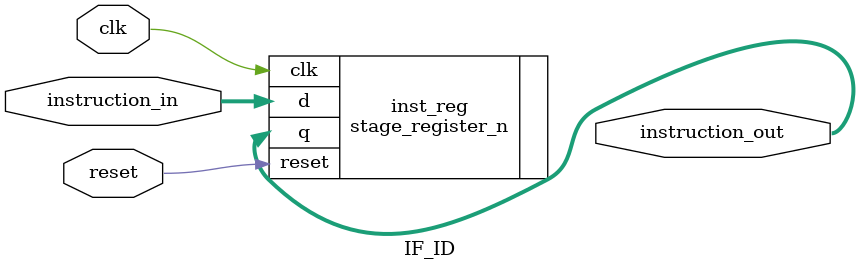
<source format=v>
`timescale 1ns / 1ps
module IF_ID(
    input clk,
    input reset,
    input [31:0] instruction_in,
    output [31:0] instruction_out
    );

    stage_register_n #(32) inst_reg (.clk(clk), .reset(reset), .d(instruction_in), .q(instruction_out));

endmodule

</source>
